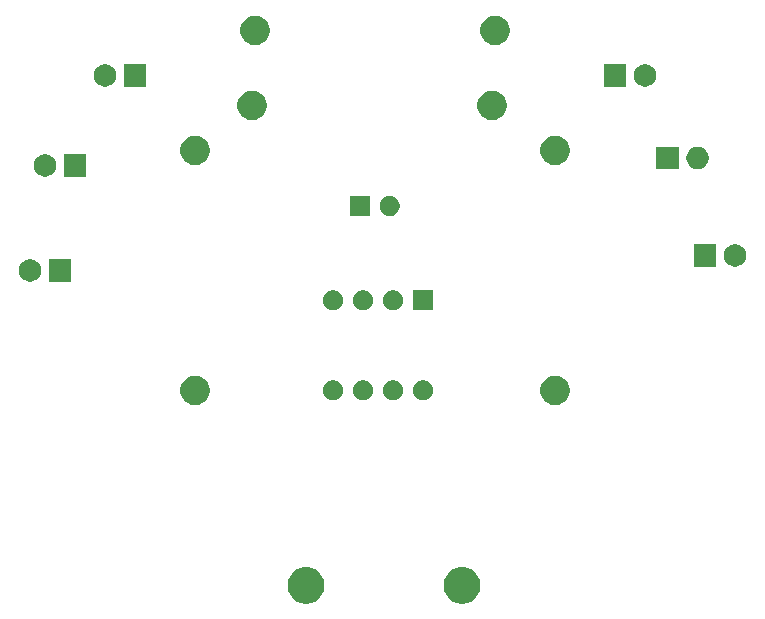
<source format=gbr>
G04 #@! TF.GenerationSoftware,KiCad,Pcbnew,(5.1.5-0)*
G04 #@! TF.CreationDate,2020-12-05T10:39:51+01:00*
G04 #@! TF.ProjectId,xmas_fablab2020,786d6173-5f66-4616-926c-616232303230,rev?*
G04 #@! TF.SameCoordinates,Original*
G04 #@! TF.FileFunction,Soldermask,Bot*
G04 #@! TF.FilePolarity,Negative*
%FSLAX46Y46*%
G04 Gerber Fmt 4.6, Leading zero omitted, Abs format (unit mm)*
G04 Created by KiCad (PCBNEW (5.1.5-0)) date 2020-12-05 10:39:51*
%MOMM*%
%LPD*%
G04 APERTURE LIST*
%ADD10C,0.100000*%
G04 APERTURE END LIST*
D10*
G36*
X144824585Y-87378802D02*
G01*
X144974410Y-87408604D01*
X145256674Y-87525521D01*
X145510705Y-87695259D01*
X145726741Y-87911295D01*
X145896479Y-88165326D01*
X146013396Y-88447590D01*
X146073000Y-88747240D01*
X146073000Y-89052760D01*
X146013396Y-89352410D01*
X145896479Y-89634674D01*
X145726741Y-89888705D01*
X145510705Y-90104741D01*
X145256674Y-90274479D01*
X144974410Y-90391396D01*
X144824585Y-90421198D01*
X144674761Y-90451000D01*
X144369239Y-90451000D01*
X144219415Y-90421198D01*
X144069590Y-90391396D01*
X143787326Y-90274479D01*
X143533295Y-90104741D01*
X143317259Y-89888705D01*
X143147521Y-89634674D01*
X143030604Y-89352410D01*
X142971000Y-89052760D01*
X142971000Y-88747240D01*
X143030604Y-88447590D01*
X143147521Y-88165326D01*
X143317259Y-87911295D01*
X143533295Y-87695259D01*
X143787326Y-87525521D01*
X144069590Y-87408604D01*
X144219415Y-87378802D01*
X144369239Y-87349000D01*
X144674761Y-87349000D01*
X144824585Y-87378802D01*
G37*
G36*
X131624585Y-87378802D02*
G01*
X131774410Y-87408604D01*
X132056674Y-87525521D01*
X132310705Y-87695259D01*
X132526741Y-87911295D01*
X132696479Y-88165326D01*
X132813396Y-88447590D01*
X132873000Y-88747240D01*
X132873000Y-89052760D01*
X132813396Y-89352410D01*
X132696479Y-89634674D01*
X132526741Y-89888705D01*
X132310705Y-90104741D01*
X132056674Y-90274479D01*
X131774410Y-90391396D01*
X131624585Y-90421198D01*
X131474761Y-90451000D01*
X131169239Y-90451000D01*
X131019415Y-90421198D01*
X130869590Y-90391396D01*
X130587326Y-90274479D01*
X130333295Y-90104741D01*
X130117259Y-89888705D01*
X129947521Y-89634674D01*
X129830604Y-89352410D01*
X129771000Y-89052760D01*
X129771000Y-88747240D01*
X129830604Y-88447590D01*
X129947521Y-88165326D01*
X130117259Y-87911295D01*
X130333295Y-87695259D01*
X130587326Y-87525521D01*
X130869590Y-87408604D01*
X131019415Y-87378802D01*
X131169239Y-87349000D01*
X131474761Y-87349000D01*
X131624585Y-87378802D01*
G37*
G36*
X152764903Y-71187075D02*
G01*
X152992571Y-71281378D01*
X153197466Y-71418285D01*
X153371715Y-71592534D01*
X153508622Y-71797429D01*
X153602925Y-72025097D01*
X153651000Y-72266787D01*
X153651000Y-72513213D01*
X153602925Y-72754903D01*
X153508622Y-72982571D01*
X153371715Y-73187466D01*
X153197466Y-73361715D01*
X152992571Y-73498622D01*
X152992570Y-73498623D01*
X152992569Y-73498623D01*
X152764903Y-73592925D01*
X152523214Y-73641000D01*
X152276786Y-73641000D01*
X152035097Y-73592925D01*
X151807431Y-73498623D01*
X151807430Y-73498623D01*
X151807429Y-73498622D01*
X151602534Y-73361715D01*
X151428285Y-73187466D01*
X151291378Y-72982571D01*
X151197075Y-72754903D01*
X151149000Y-72513213D01*
X151149000Y-72266787D01*
X151197075Y-72025097D01*
X151291378Y-71797429D01*
X151428285Y-71592534D01*
X151602534Y-71418285D01*
X151807429Y-71281378D01*
X152035097Y-71187075D01*
X152276786Y-71139000D01*
X152523214Y-71139000D01*
X152764903Y-71187075D01*
G37*
G36*
X122284903Y-71187075D02*
G01*
X122512571Y-71281378D01*
X122717466Y-71418285D01*
X122891715Y-71592534D01*
X123028622Y-71797429D01*
X123122925Y-72025097D01*
X123171000Y-72266787D01*
X123171000Y-72513213D01*
X123122925Y-72754903D01*
X123028622Y-72982571D01*
X122891715Y-73187466D01*
X122717466Y-73361715D01*
X122512571Y-73498622D01*
X122512570Y-73498623D01*
X122512569Y-73498623D01*
X122284903Y-73592925D01*
X122043214Y-73641000D01*
X121796786Y-73641000D01*
X121555097Y-73592925D01*
X121327431Y-73498623D01*
X121327430Y-73498623D01*
X121327429Y-73498622D01*
X121122534Y-73361715D01*
X120948285Y-73187466D01*
X120811378Y-72982571D01*
X120717075Y-72754903D01*
X120669000Y-72513213D01*
X120669000Y-72266787D01*
X120717075Y-72025097D01*
X120811378Y-71797429D01*
X120948285Y-71592534D01*
X121122534Y-71418285D01*
X121327429Y-71281378D01*
X121555097Y-71187075D01*
X121796786Y-71139000D01*
X122043214Y-71139000D01*
X122284903Y-71187075D01*
G37*
G36*
X141472228Y-71571703D02*
G01*
X141627100Y-71635853D01*
X141766481Y-71728985D01*
X141885015Y-71847519D01*
X141978147Y-71986900D01*
X142042297Y-72141772D01*
X142075000Y-72306184D01*
X142075000Y-72473816D01*
X142042297Y-72638228D01*
X141978147Y-72793100D01*
X141885015Y-72932481D01*
X141766481Y-73051015D01*
X141627100Y-73144147D01*
X141472228Y-73208297D01*
X141307816Y-73241000D01*
X141140184Y-73241000D01*
X140975772Y-73208297D01*
X140820900Y-73144147D01*
X140681519Y-73051015D01*
X140562985Y-72932481D01*
X140469853Y-72793100D01*
X140405703Y-72638228D01*
X140373000Y-72473816D01*
X140373000Y-72306184D01*
X140405703Y-72141772D01*
X140469853Y-71986900D01*
X140562985Y-71847519D01*
X140681519Y-71728985D01*
X140820900Y-71635853D01*
X140975772Y-71571703D01*
X141140184Y-71539000D01*
X141307816Y-71539000D01*
X141472228Y-71571703D01*
G37*
G36*
X138932228Y-71571703D02*
G01*
X139087100Y-71635853D01*
X139226481Y-71728985D01*
X139345015Y-71847519D01*
X139438147Y-71986900D01*
X139502297Y-72141772D01*
X139535000Y-72306184D01*
X139535000Y-72473816D01*
X139502297Y-72638228D01*
X139438147Y-72793100D01*
X139345015Y-72932481D01*
X139226481Y-73051015D01*
X139087100Y-73144147D01*
X138932228Y-73208297D01*
X138767816Y-73241000D01*
X138600184Y-73241000D01*
X138435772Y-73208297D01*
X138280900Y-73144147D01*
X138141519Y-73051015D01*
X138022985Y-72932481D01*
X137929853Y-72793100D01*
X137865703Y-72638228D01*
X137833000Y-72473816D01*
X137833000Y-72306184D01*
X137865703Y-72141772D01*
X137929853Y-71986900D01*
X138022985Y-71847519D01*
X138141519Y-71728985D01*
X138280900Y-71635853D01*
X138435772Y-71571703D01*
X138600184Y-71539000D01*
X138767816Y-71539000D01*
X138932228Y-71571703D01*
G37*
G36*
X136392228Y-71571703D02*
G01*
X136547100Y-71635853D01*
X136686481Y-71728985D01*
X136805015Y-71847519D01*
X136898147Y-71986900D01*
X136962297Y-72141772D01*
X136995000Y-72306184D01*
X136995000Y-72473816D01*
X136962297Y-72638228D01*
X136898147Y-72793100D01*
X136805015Y-72932481D01*
X136686481Y-73051015D01*
X136547100Y-73144147D01*
X136392228Y-73208297D01*
X136227816Y-73241000D01*
X136060184Y-73241000D01*
X135895772Y-73208297D01*
X135740900Y-73144147D01*
X135601519Y-73051015D01*
X135482985Y-72932481D01*
X135389853Y-72793100D01*
X135325703Y-72638228D01*
X135293000Y-72473816D01*
X135293000Y-72306184D01*
X135325703Y-72141772D01*
X135389853Y-71986900D01*
X135482985Y-71847519D01*
X135601519Y-71728985D01*
X135740900Y-71635853D01*
X135895772Y-71571703D01*
X136060184Y-71539000D01*
X136227816Y-71539000D01*
X136392228Y-71571703D01*
G37*
G36*
X133852228Y-71571703D02*
G01*
X134007100Y-71635853D01*
X134146481Y-71728985D01*
X134265015Y-71847519D01*
X134358147Y-71986900D01*
X134422297Y-72141772D01*
X134455000Y-72306184D01*
X134455000Y-72473816D01*
X134422297Y-72638228D01*
X134358147Y-72793100D01*
X134265015Y-72932481D01*
X134146481Y-73051015D01*
X134007100Y-73144147D01*
X133852228Y-73208297D01*
X133687816Y-73241000D01*
X133520184Y-73241000D01*
X133355772Y-73208297D01*
X133200900Y-73144147D01*
X133061519Y-73051015D01*
X132942985Y-72932481D01*
X132849853Y-72793100D01*
X132785703Y-72638228D01*
X132753000Y-72473816D01*
X132753000Y-72306184D01*
X132785703Y-72141772D01*
X132849853Y-71986900D01*
X132942985Y-71847519D01*
X133061519Y-71728985D01*
X133200900Y-71635853D01*
X133355772Y-71571703D01*
X133520184Y-71539000D01*
X133687816Y-71539000D01*
X133852228Y-71571703D01*
G37*
G36*
X138932228Y-63951703D02*
G01*
X139087100Y-64015853D01*
X139226481Y-64108985D01*
X139345015Y-64227519D01*
X139438147Y-64366900D01*
X139502297Y-64521772D01*
X139535000Y-64686184D01*
X139535000Y-64853816D01*
X139502297Y-65018228D01*
X139438147Y-65173100D01*
X139345015Y-65312481D01*
X139226481Y-65431015D01*
X139087100Y-65524147D01*
X138932228Y-65588297D01*
X138767816Y-65621000D01*
X138600184Y-65621000D01*
X138435772Y-65588297D01*
X138280900Y-65524147D01*
X138141519Y-65431015D01*
X138022985Y-65312481D01*
X137929853Y-65173100D01*
X137865703Y-65018228D01*
X137833000Y-64853816D01*
X137833000Y-64686184D01*
X137865703Y-64521772D01*
X137929853Y-64366900D01*
X138022985Y-64227519D01*
X138141519Y-64108985D01*
X138280900Y-64015853D01*
X138435772Y-63951703D01*
X138600184Y-63919000D01*
X138767816Y-63919000D01*
X138932228Y-63951703D01*
G37*
G36*
X136392228Y-63951703D02*
G01*
X136547100Y-64015853D01*
X136686481Y-64108985D01*
X136805015Y-64227519D01*
X136898147Y-64366900D01*
X136962297Y-64521772D01*
X136995000Y-64686184D01*
X136995000Y-64853816D01*
X136962297Y-65018228D01*
X136898147Y-65173100D01*
X136805015Y-65312481D01*
X136686481Y-65431015D01*
X136547100Y-65524147D01*
X136392228Y-65588297D01*
X136227816Y-65621000D01*
X136060184Y-65621000D01*
X135895772Y-65588297D01*
X135740900Y-65524147D01*
X135601519Y-65431015D01*
X135482985Y-65312481D01*
X135389853Y-65173100D01*
X135325703Y-65018228D01*
X135293000Y-64853816D01*
X135293000Y-64686184D01*
X135325703Y-64521772D01*
X135389853Y-64366900D01*
X135482985Y-64227519D01*
X135601519Y-64108985D01*
X135740900Y-64015853D01*
X135895772Y-63951703D01*
X136060184Y-63919000D01*
X136227816Y-63919000D01*
X136392228Y-63951703D01*
G37*
G36*
X133852228Y-63951703D02*
G01*
X134007100Y-64015853D01*
X134146481Y-64108985D01*
X134265015Y-64227519D01*
X134358147Y-64366900D01*
X134422297Y-64521772D01*
X134455000Y-64686184D01*
X134455000Y-64853816D01*
X134422297Y-65018228D01*
X134358147Y-65173100D01*
X134265015Y-65312481D01*
X134146481Y-65431015D01*
X134007100Y-65524147D01*
X133852228Y-65588297D01*
X133687816Y-65621000D01*
X133520184Y-65621000D01*
X133355772Y-65588297D01*
X133200900Y-65524147D01*
X133061519Y-65431015D01*
X132942985Y-65312481D01*
X132849853Y-65173100D01*
X132785703Y-65018228D01*
X132753000Y-64853816D01*
X132753000Y-64686184D01*
X132785703Y-64521772D01*
X132849853Y-64366900D01*
X132942985Y-64227519D01*
X133061519Y-64108985D01*
X133200900Y-64015853D01*
X133355772Y-63951703D01*
X133520184Y-63919000D01*
X133687816Y-63919000D01*
X133852228Y-63951703D01*
G37*
G36*
X142075000Y-65621000D02*
G01*
X140373000Y-65621000D01*
X140373000Y-63919000D01*
X142075000Y-63919000D01*
X142075000Y-65621000D01*
G37*
G36*
X111441000Y-63181000D02*
G01*
X109539000Y-63181000D01*
X109539000Y-61279000D01*
X111441000Y-61279000D01*
X111441000Y-63181000D01*
G37*
G36*
X108227395Y-61315546D02*
G01*
X108400466Y-61387234D01*
X108477818Y-61438919D01*
X108556227Y-61491310D01*
X108688690Y-61623773D01*
X108688691Y-61623775D01*
X108792766Y-61779534D01*
X108864454Y-61952605D01*
X108901000Y-62136333D01*
X108901000Y-62323667D01*
X108864454Y-62507395D01*
X108792766Y-62680466D01*
X108792765Y-62680467D01*
X108688690Y-62836227D01*
X108556227Y-62968690D01*
X108477818Y-63021081D01*
X108400466Y-63072766D01*
X108227395Y-63144454D01*
X108043667Y-63181000D01*
X107856333Y-63181000D01*
X107672605Y-63144454D01*
X107499534Y-63072766D01*
X107422182Y-63021081D01*
X107343773Y-62968690D01*
X107211310Y-62836227D01*
X107107235Y-62680467D01*
X107107234Y-62680466D01*
X107035546Y-62507395D01*
X106999000Y-62323667D01*
X106999000Y-62136333D01*
X107035546Y-61952605D01*
X107107234Y-61779534D01*
X107211309Y-61623775D01*
X107211310Y-61623773D01*
X107343773Y-61491310D01*
X107422182Y-61438919D01*
X107499534Y-61387234D01*
X107672605Y-61315546D01*
X107856333Y-61279000D01*
X108043667Y-61279000D01*
X108227395Y-61315546D01*
G37*
G36*
X167917395Y-60045546D02*
G01*
X168090466Y-60117234D01*
X168090467Y-60117235D01*
X168246227Y-60221310D01*
X168378690Y-60353773D01*
X168378691Y-60353775D01*
X168482766Y-60509534D01*
X168554454Y-60682605D01*
X168591000Y-60866333D01*
X168591000Y-61053667D01*
X168554454Y-61237395D01*
X168482766Y-61410466D01*
X168482765Y-61410467D01*
X168378690Y-61566227D01*
X168246227Y-61698690D01*
X168167818Y-61751081D01*
X168090466Y-61802766D01*
X167917395Y-61874454D01*
X167733667Y-61911000D01*
X167546333Y-61911000D01*
X167362605Y-61874454D01*
X167189534Y-61802766D01*
X167112182Y-61751081D01*
X167033773Y-61698690D01*
X166901310Y-61566227D01*
X166797235Y-61410467D01*
X166797234Y-61410466D01*
X166725546Y-61237395D01*
X166689000Y-61053667D01*
X166689000Y-60866333D01*
X166725546Y-60682605D01*
X166797234Y-60509534D01*
X166901309Y-60353775D01*
X166901310Y-60353773D01*
X167033773Y-60221310D01*
X167189533Y-60117235D01*
X167189534Y-60117234D01*
X167362605Y-60045546D01*
X167546333Y-60009000D01*
X167733667Y-60009000D01*
X167917395Y-60045546D01*
G37*
G36*
X166051000Y-61911000D02*
G01*
X164149000Y-61911000D01*
X164149000Y-60009000D01*
X166051000Y-60009000D01*
X166051000Y-61911000D01*
G37*
G36*
X136741000Y-57620000D02*
G01*
X135039000Y-57620000D01*
X135039000Y-55918000D01*
X136741000Y-55918000D01*
X136741000Y-57620000D01*
G37*
G36*
X138638228Y-55950703D02*
G01*
X138793100Y-56014853D01*
X138932481Y-56107985D01*
X139051015Y-56226519D01*
X139144147Y-56365900D01*
X139208297Y-56520772D01*
X139241000Y-56685184D01*
X139241000Y-56852816D01*
X139208297Y-57017228D01*
X139144147Y-57172100D01*
X139051015Y-57311481D01*
X138932481Y-57430015D01*
X138793100Y-57523147D01*
X138638228Y-57587297D01*
X138473816Y-57620000D01*
X138306184Y-57620000D01*
X138141772Y-57587297D01*
X137986900Y-57523147D01*
X137847519Y-57430015D01*
X137728985Y-57311481D01*
X137635853Y-57172100D01*
X137571703Y-57017228D01*
X137539000Y-56852816D01*
X137539000Y-56685184D01*
X137571703Y-56520772D01*
X137635853Y-56365900D01*
X137728985Y-56226519D01*
X137847519Y-56107985D01*
X137986900Y-56014853D01*
X138141772Y-55950703D01*
X138306184Y-55918000D01*
X138473816Y-55918000D01*
X138638228Y-55950703D01*
G37*
G36*
X112711000Y-54291000D02*
G01*
X110809000Y-54291000D01*
X110809000Y-52389000D01*
X112711000Y-52389000D01*
X112711000Y-54291000D01*
G37*
G36*
X109497395Y-52425546D02*
G01*
X109670466Y-52497234D01*
X109670467Y-52497235D01*
X109826227Y-52601310D01*
X109958690Y-52733773D01*
X109958691Y-52733775D01*
X110062766Y-52889534D01*
X110134454Y-53062605D01*
X110171000Y-53246333D01*
X110171000Y-53433667D01*
X110134454Y-53617395D01*
X110062766Y-53790466D01*
X110062765Y-53790467D01*
X109958690Y-53946227D01*
X109826227Y-54078690D01*
X109747818Y-54131081D01*
X109670466Y-54182766D01*
X109497395Y-54254454D01*
X109313667Y-54291000D01*
X109126333Y-54291000D01*
X108942605Y-54254454D01*
X108769534Y-54182766D01*
X108692182Y-54131081D01*
X108613773Y-54078690D01*
X108481310Y-53946227D01*
X108377235Y-53790467D01*
X108377234Y-53790466D01*
X108305546Y-53617395D01*
X108269000Y-53433667D01*
X108269000Y-53246333D01*
X108305546Y-53062605D01*
X108377234Y-52889534D01*
X108481309Y-52733775D01*
X108481310Y-52733773D01*
X108613773Y-52601310D01*
X108769533Y-52497235D01*
X108769534Y-52497234D01*
X108942605Y-52425546D01*
X109126333Y-52389000D01*
X109313667Y-52389000D01*
X109497395Y-52425546D01*
G37*
G36*
X162876000Y-53656000D02*
G01*
X160974000Y-53656000D01*
X160974000Y-51754000D01*
X162876000Y-51754000D01*
X162876000Y-53656000D01*
G37*
G36*
X164742395Y-51790546D02*
G01*
X164915466Y-51862234D01*
X164915467Y-51862235D01*
X165071227Y-51966310D01*
X165203690Y-52098773D01*
X165203691Y-52098775D01*
X165307766Y-52254534D01*
X165379454Y-52427605D01*
X165416000Y-52611333D01*
X165416000Y-52798667D01*
X165379454Y-52982395D01*
X165307766Y-53155466D01*
X165292293Y-53178623D01*
X165203690Y-53311227D01*
X165071227Y-53443690D01*
X164992818Y-53496081D01*
X164915466Y-53547766D01*
X164742395Y-53619454D01*
X164558667Y-53656000D01*
X164371333Y-53656000D01*
X164187605Y-53619454D01*
X164014534Y-53547766D01*
X163937182Y-53496081D01*
X163858773Y-53443690D01*
X163726310Y-53311227D01*
X163637707Y-53178623D01*
X163622234Y-53155466D01*
X163550546Y-52982395D01*
X163514000Y-52798667D01*
X163514000Y-52611333D01*
X163550546Y-52427605D01*
X163622234Y-52254534D01*
X163726309Y-52098775D01*
X163726310Y-52098773D01*
X163858773Y-51966310D01*
X164014533Y-51862235D01*
X164014534Y-51862234D01*
X164187605Y-51790546D01*
X164371333Y-51754000D01*
X164558667Y-51754000D01*
X164742395Y-51790546D01*
G37*
G36*
X152764903Y-50867075D02*
G01*
X152992571Y-50961378D01*
X153197466Y-51098285D01*
X153371715Y-51272534D01*
X153371716Y-51272536D01*
X153508623Y-51477431D01*
X153602925Y-51705097D01*
X153651000Y-51946786D01*
X153651000Y-52193214D01*
X153602925Y-52434903D01*
X153529846Y-52611333D01*
X153508622Y-52662571D01*
X153371715Y-52867466D01*
X153197466Y-53041715D01*
X152992571Y-53178622D01*
X152992570Y-53178623D01*
X152992569Y-53178623D01*
X152764903Y-53272925D01*
X152523214Y-53321000D01*
X152276786Y-53321000D01*
X152035097Y-53272925D01*
X151807431Y-53178623D01*
X151807430Y-53178623D01*
X151807429Y-53178622D01*
X151602534Y-53041715D01*
X151428285Y-52867466D01*
X151291378Y-52662571D01*
X151270155Y-52611333D01*
X151197075Y-52434903D01*
X151149000Y-52193214D01*
X151149000Y-51946786D01*
X151197075Y-51705097D01*
X151291377Y-51477431D01*
X151428284Y-51272536D01*
X151428285Y-51272534D01*
X151602534Y-51098285D01*
X151807429Y-50961378D01*
X152035097Y-50867075D01*
X152276786Y-50819000D01*
X152523214Y-50819000D01*
X152764903Y-50867075D01*
G37*
G36*
X122284903Y-50867075D02*
G01*
X122512571Y-50961378D01*
X122717466Y-51098285D01*
X122891715Y-51272534D01*
X122891716Y-51272536D01*
X123028623Y-51477431D01*
X123122925Y-51705097D01*
X123171000Y-51946786D01*
X123171000Y-52193214D01*
X123122925Y-52434903D01*
X123049846Y-52611333D01*
X123028622Y-52662571D01*
X122891715Y-52867466D01*
X122717466Y-53041715D01*
X122512571Y-53178622D01*
X122512570Y-53178623D01*
X122512569Y-53178623D01*
X122284903Y-53272925D01*
X122043214Y-53321000D01*
X121796786Y-53321000D01*
X121555097Y-53272925D01*
X121327431Y-53178623D01*
X121327430Y-53178623D01*
X121327429Y-53178622D01*
X121122534Y-53041715D01*
X120948285Y-52867466D01*
X120811378Y-52662571D01*
X120790155Y-52611333D01*
X120717075Y-52434903D01*
X120669000Y-52193214D01*
X120669000Y-51946786D01*
X120717075Y-51705097D01*
X120811377Y-51477431D01*
X120948284Y-51272536D01*
X120948285Y-51272534D01*
X121122534Y-51098285D01*
X121327429Y-50961378D01*
X121555097Y-50867075D01*
X121796786Y-50819000D01*
X122043214Y-50819000D01*
X122284903Y-50867075D01*
G37*
G36*
X127110903Y-47057075D02*
G01*
X127338571Y-47151378D01*
X127543466Y-47288285D01*
X127717715Y-47462534D01*
X127854622Y-47667429D01*
X127948925Y-47895097D01*
X127997000Y-48136787D01*
X127997000Y-48383213D01*
X127948925Y-48624903D01*
X127854622Y-48852571D01*
X127717715Y-49057466D01*
X127543466Y-49231715D01*
X127338571Y-49368622D01*
X127338570Y-49368623D01*
X127338569Y-49368623D01*
X127110903Y-49462925D01*
X126869214Y-49511000D01*
X126622786Y-49511000D01*
X126381097Y-49462925D01*
X126153431Y-49368623D01*
X126153430Y-49368623D01*
X126153429Y-49368622D01*
X125948534Y-49231715D01*
X125774285Y-49057466D01*
X125637378Y-48852571D01*
X125543075Y-48624903D01*
X125495000Y-48383213D01*
X125495000Y-48136787D01*
X125543075Y-47895097D01*
X125637378Y-47667429D01*
X125774285Y-47462534D01*
X125948534Y-47288285D01*
X126153429Y-47151378D01*
X126381097Y-47057075D01*
X126622786Y-47009000D01*
X126869214Y-47009000D01*
X127110903Y-47057075D01*
G37*
G36*
X147430903Y-47057075D02*
G01*
X147658571Y-47151378D01*
X147863466Y-47288285D01*
X148037715Y-47462534D01*
X148174622Y-47667429D01*
X148268925Y-47895097D01*
X148317000Y-48136787D01*
X148317000Y-48383213D01*
X148268925Y-48624903D01*
X148174622Y-48852571D01*
X148037715Y-49057466D01*
X147863466Y-49231715D01*
X147658571Y-49368622D01*
X147658570Y-49368623D01*
X147658569Y-49368623D01*
X147430903Y-49462925D01*
X147189214Y-49511000D01*
X146942786Y-49511000D01*
X146701097Y-49462925D01*
X146473431Y-49368623D01*
X146473430Y-49368623D01*
X146473429Y-49368622D01*
X146268534Y-49231715D01*
X146094285Y-49057466D01*
X145957378Y-48852571D01*
X145863075Y-48624903D01*
X145815000Y-48383213D01*
X145815000Y-48136787D01*
X145863075Y-47895097D01*
X145957378Y-47667429D01*
X146094285Y-47462534D01*
X146268534Y-47288285D01*
X146473429Y-47151378D01*
X146701097Y-47057075D01*
X146942786Y-47009000D01*
X147189214Y-47009000D01*
X147430903Y-47057075D01*
G37*
G36*
X160297395Y-44805546D02*
G01*
X160470466Y-44877234D01*
X160470467Y-44877235D01*
X160626227Y-44981310D01*
X160758690Y-45113773D01*
X160758691Y-45113775D01*
X160862766Y-45269534D01*
X160934454Y-45442605D01*
X160971000Y-45626333D01*
X160971000Y-45813667D01*
X160934454Y-45997395D01*
X160862766Y-46170466D01*
X160862765Y-46170467D01*
X160758690Y-46326227D01*
X160626227Y-46458690D01*
X160547818Y-46511081D01*
X160470466Y-46562766D01*
X160297395Y-46634454D01*
X160113667Y-46671000D01*
X159926333Y-46671000D01*
X159742605Y-46634454D01*
X159569534Y-46562766D01*
X159492182Y-46511081D01*
X159413773Y-46458690D01*
X159281310Y-46326227D01*
X159177235Y-46170467D01*
X159177234Y-46170466D01*
X159105546Y-45997395D01*
X159069000Y-45813667D01*
X159069000Y-45626333D01*
X159105546Y-45442605D01*
X159177234Y-45269534D01*
X159281309Y-45113775D01*
X159281310Y-45113773D01*
X159413773Y-44981310D01*
X159569533Y-44877235D01*
X159569534Y-44877234D01*
X159742605Y-44805546D01*
X159926333Y-44769000D01*
X160113667Y-44769000D01*
X160297395Y-44805546D01*
G37*
G36*
X158431000Y-46671000D02*
G01*
X156529000Y-46671000D01*
X156529000Y-44769000D01*
X158431000Y-44769000D01*
X158431000Y-46671000D01*
G37*
G36*
X117791000Y-46671000D02*
G01*
X115889000Y-46671000D01*
X115889000Y-44769000D01*
X117791000Y-44769000D01*
X117791000Y-46671000D01*
G37*
G36*
X114577395Y-44805546D02*
G01*
X114750466Y-44877234D01*
X114750467Y-44877235D01*
X114906227Y-44981310D01*
X115038690Y-45113773D01*
X115038691Y-45113775D01*
X115142766Y-45269534D01*
X115214454Y-45442605D01*
X115251000Y-45626333D01*
X115251000Y-45813667D01*
X115214454Y-45997395D01*
X115142766Y-46170466D01*
X115142765Y-46170467D01*
X115038690Y-46326227D01*
X114906227Y-46458690D01*
X114827818Y-46511081D01*
X114750466Y-46562766D01*
X114577395Y-46634454D01*
X114393667Y-46671000D01*
X114206333Y-46671000D01*
X114022605Y-46634454D01*
X113849534Y-46562766D01*
X113772182Y-46511081D01*
X113693773Y-46458690D01*
X113561310Y-46326227D01*
X113457235Y-46170467D01*
X113457234Y-46170466D01*
X113385546Y-45997395D01*
X113349000Y-45813667D01*
X113349000Y-45626333D01*
X113385546Y-45442605D01*
X113457234Y-45269534D01*
X113561309Y-45113775D01*
X113561310Y-45113773D01*
X113693773Y-44981310D01*
X113849533Y-44877235D01*
X113849534Y-44877234D01*
X114022605Y-44805546D01*
X114206333Y-44769000D01*
X114393667Y-44769000D01*
X114577395Y-44805546D01*
G37*
G36*
X127364903Y-40707075D02*
G01*
X127592571Y-40801378D01*
X127797466Y-40938285D01*
X127971715Y-41112534D01*
X128108622Y-41317429D01*
X128202925Y-41545097D01*
X128251000Y-41786787D01*
X128251000Y-42033213D01*
X128202925Y-42274903D01*
X128108622Y-42502571D01*
X127971715Y-42707466D01*
X127797466Y-42881715D01*
X127592571Y-43018622D01*
X127592570Y-43018623D01*
X127592569Y-43018623D01*
X127364903Y-43112925D01*
X127123214Y-43161000D01*
X126876786Y-43161000D01*
X126635097Y-43112925D01*
X126407431Y-43018623D01*
X126407430Y-43018623D01*
X126407429Y-43018622D01*
X126202534Y-42881715D01*
X126028285Y-42707466D01*
X125891378Y-42502571D01*
X125797075Y-42274903D01*
X125749000Y-42033213D01*
X125749000Y-41786787D01*
X125797075Y-41545097D01*
X125891378Y-41317429D01*
X126028285Y-41112534D01*
X126202534Y-40938285D01*
X126407429Y-40801378D01*
X126635097Y-40707075D01*
X126876786Y-40659000D01*
X127123214Y-40659000D01*
X127364903Y-40707075D01*
G37*
G36*
X147684903Y-40707075D02*
G01*
X147912571Y-40801378D01*
X148117466Y-40938285D01*
X148291715Y-41112534D01*
X148428622Y-41317429D01*
X148522925Y-41545097D01*
X148571000Y-41786787D01*
X148571000Y-42033213D01*
X148522925Y-42274903D01*
X148428622Y-42502571D01*
X148291715Y-42707466D01*
X148117466Y-42881715D01*
X147912571Y-43018622D01*
X147912570Y-43018623D01*
X147912569Y-43018623D01*
X147684903Y-43112925D01*
X147443214Y-43161000D01*
X147196786Y-43161000D01*
X146955097Y-43112925D01*
X146727431Y-43018623D01*
X146727430Y-43018623D01*
X146727429Y-43018622D01*
X146522534Y-42881715D01*
X146348285Y-42707466D01*
X146211378Y-42502571D01*
X146117075Y-42274903D01*
X146069000Y-42033213D01*
X146069000Y-41786787D01*
X146117075Y-41545097D01*
X146211378Y-41317429D01*
X146348285Y-41112534D01*
X146522534Y-40938285D01*
X146727429Y-40801378D01*
X146955097Y-40707075D01*
X147196786Y-40659000D01*
X147443214Y-40659000D01*
X147684903Y-40707075D01*
G37*
M02*

</source>
